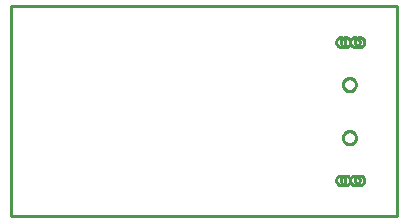
<source format=gbr>
G04 EAGLE Gerber RS-274X export*
G75*
%MOMM*%
%FSLAX34Y34*%
%LPD*%
%IN*%
%IPPOS*%
%AMOC8*
5,1,8,0,0,1.08239X$1,22.5*%
G01*
%ADD10C,0.254000*%


D10*
X63500Y215900D02*
X390400Y215900D01*
X390400Y393600D01*
X63500Y393600D01*
X63500Y215900D01*
X344300Y282609D02*
X344369Y283223D01*
X344507Y283825D01*
X344711Y284408D01*
X344979Y284965D01*
X345307Y285488D01*
X345693Y285971D01*
X346129Y286408D01*
X346612Y286793D01*
X347135Y287121D01*
X347692Y287389D01*
X348275Y287593D01*
X348877Y287731D01*
X349491Y287800D01*
X350109Y287800D01*
X350723Y287731D01*
X351325Y287593D01*
X351908Y287389D01*
X352465Y287121D01*
X352988Y286793D01*
X353471Y286408D01*
X353908Y285971D01*
X354293Y285488D01*
X354621Y284965D01*
X354889Y284408D01*
X355093Y283825D01*
X355231Y283223D01*
X355300Y282609D01*
X355300Y281991D01*
X355231Y281377D01*
X355093Y280775D01*
X354889Y280192D01*
X354621Y279635D01*
X354293Y279112D01*
X353908Y278629D01*
X353471Y278193D01*
X352988Y277807D01*
X352465Y277479D01*
X351908Y277211D01*
X351325Y277007D01*
X350723Y276869D01*
X350109Y276800D01*
X349491Y276800D01*
X348877Y276869D01*
X348275Y277007D01*
X347692Y277211D01*
X347135Y277479D01*
X346612Y277807D01*
X346129Y278193D01*
X345693Y278629D01*
X345307Y279112D01*
X344979Y279635D01*
X344711Y280192D01*
X344507Y280775D01*
X344369Y281377D01*
X344300Y281991D01*
X344300Y282609D01*
X344300Y327609D02*
X344369Y328223D01*
X344507Y328825D01*
X344711Y329408D01*
X344979Y329965D01*
X345307Y330488D01*
X345693Y330971D01*
X346129Y331408D01*
X346612Y331793D01*
X347135Y332121D01*
X347692Y332389D01*
X348275Y332593D01*
X348877Y332731D01*
X349491Y332800D01*
X350109Y332800D01*
X350723Y332731D01*
X351325Y332593D01*
X351908Y332389D01*
X352465Y332121D01*
X352988Y331793D01*
X353471Y331408D01*
X353908Y330971D01*
X354293Y330488D01*
X354621Y329965D01*
X354889Y329408D01*
X355093Y328825D01*
X355231Y328223D01*
X355300Y327609D01*
X355300Y326991D01*
X355231Y326377D01*
X355093Y325775D01*
X354889Y325192D01*
X354621Y324635D01*
X354293Y324112D01*
X353908Y323629D01*
X353471Y323193D01*
X352988Y322807D01*
X352465Y322479D01*
X351908Y322211D01*
X351325Y322007D01*
X350723Y321869D01*
X350109Y321800D01*
X349491Y321800D01*
X348877Y321869D01*
X348275Y322007D01*
X347692Y322211D01*
X347135Y322479D01*
X346612Y322807D01*
X346129Y323193D01*
X345693Y323629D01*
X345307Y324112D01*
X344979Y324635D01*
X344711Y325192D01*
X344507Y325775D01*
X344369Y326377D01*
X344300Y326991D01*
X344300Y327609D01*
X342500Y363562D02*
X342568Y364082D01*
X342704Y364589D01*
X342905Y365073D01*
X343167Y365527D01*
X343486Y365943D01*
X343857Y366314D01*
X344273Y366633D01*
X344727Y366895D01*
X345211Y367096D01*
X345718Y367232D01*
X346238Y367300D01*
X346762Y367300D01*
X347282Y367232D01*
X347789Y367096D01*
X348273Y366895D01*
X348727Y366633D01*
X349143Y366314D01*
X349514Y365943D01*
X349833Y365527D01*
X350095Y365073D01*
X350296Y364589D01*
X350432Y364082D01*
X350500Y363562D01*
X350500Y363038D01*
X350432Y362518D01*
X350296Y362011D01*
X350095Y361527D01*
X349833Y361073D01*
X349514Y360657D01*
X349143Y360286D01*
X348727Y359967D01*
X348273Y359705D01*
X347789Y359504D01*
X347282Y359368D01*
X346762Y359300D01*
X346238Y359300D01*
X345718Y359368D01*
X345211Y359504D01*
X344727Y359705D01*
X344273Y359967D01*
X343857Y360286D01*
X343486Y360657D01*
X343167Y361073D01*
X342905Y361527D01*
X342704Y362011D01*
X342568Y362518D01*
X342500Y363038D01*
X342500Y363562D01*
X338500Y363562D02*
X338568Y364082D01*
X338704Y364589D01*
X338905Y365073D01*
X339167Y365527D01*
X339486Y365943D01*
X339857Y366314D01*
X340273Y366633D01*
X340727Y366895D01*
X341211Y367096D01*
X341718Y367232D01*
X342238Y367300D01*
X342762Y367300D01*
X343282Y367232D01*
X343789Y367096D01*
X344273Y366895D01*
X344727Y366633D01*
X345143Y366314D01*
X345514Y365943D01*
X345833Y365527D01*
X346095Y365073D01*
X346296Y364589D01*
X346432Y364082D01*
X346500Y363562D01*
X346500Y363038D01*
X346432Y362518D01*
X346296Y362011D01*
X346095Y361527D01*
X345833Y361073D01*
X345514Y360657D01*
X345143Y360286D01*
X344727Y359967D01*
X344273Y359705D01*
X343789Y359504D01*
X343282Y359368D01*
X342762Y359300D01*
X342238Y359300D01*
X341718Y359368D01*
X341211Y359504D01*
X340727Y359705D01*
X340273Y359967D01*
X339857Y360286D01*
X339486Y360657D01*
X339167Y361073D01*
X338905Y361527D01*
X338704Y362011D01*
X338568Y362518D01*
X338500Y363038D01*
X338500Y363562D01*
X350500Y363562D02*
X350568Y364082D01*
X350704Y364589D01*
X350905Y365073D01*
X351167Y365527D01*
X351486Y365943D01*
X351857Y366314D01*
X352273Y366633D01*
X352727Y366895D01*
X353211Y367096D01*
X353718Y367232D01*
X354238Y367300D01*
X354762Y367300D01*
X355282Y367232D01*
X355789Y367096D01*
X356273Y366895D01*
X356727Y366633D01*
X357143Y366314D01*
X357514Y365943D01*
X357833Y365527D01*
X358095Y365073D01*
X358296Y364589D01*
X358432Y364082D01*
X358500Y363562D01*
X358500Y363038D01*
X358432Y362518D01*
X358296Y362011D01*
X358095Y361527D01*
X357833Y361073D01*
X357514Y360657D01*
X357143Y360286D01*
X356727Y359967D01*
X356273Y359705D01*
X355789Y359504D01*
X355282Y359368D01*
X354762Y359300D01*
X354238Y359300D01*
X353718Y359368D01*
X353211Y359504D01*
X352727Y359705D01*
X352273Y359967D01*
X351857Y360286D01*
X351486Y360657D01*
X351167Y361073D01*
X350905Y361527D01*
X350704Y362011D01*
X350568Y362518D01*
X350500Y363038D01*
X350500Y363562D01*
X354500Y363562D02*
X354568Y364082D01*
X354704Y364589D01*
X354905Y365073D01*
X355167Y365527D01*
X355486Y365943D01*
X355857Y366314D01*
X356273Y366633D01*
X356727Y366895D01*
X357211Y367096D01*
X357718Y367232D01*
X358238Y367300D01*
X358762Y367300D01*
X359282Y367232D01*
X359789Y367096D01*
X360273Y366895D01*
X360727Y366633D01*
X361143Y366314D01*
X361514Y365943D01*
X361833Y365527D01*
X362095Y365073D01*
X362296Y364589D01*
X362432Y364082D01*
X362500Y363562D01*
X362500Y363038D01*
X362432Y362518D01*
X362296Y362011D01*
X362095Y361527D01*
X361833Y361073D01*
X361514Y360657D01*
X361143Y360286D01*
X360727Y359967D01*
X360273Y359705D01*
X359789Y359504D01*
X359282Y359368D01*
X358762Y359300D01*
X358238Y359300D01*
X357718Y359368D01*
X357211Y359504D01*
X356727Y359705D01*
X356273Y359967D01*
X355857Y360286D01*
X355486Y360657D01*
X355167Y361073D01*
X354905Y361527D01*
X354704Y362011D01*
X354568Y362518D01*
X354500Y363038D01*
X354500Y363562D01*
X342500Y246562D02*
X342568Y247082D01*
X342704Y247589D01*
X342905Y248073D01*
X343167Y248527D01*
X343486Y248943D01*
X343857Y249314D01*
X344273Y249633D01*
X344727Y249895D01*
X345211Y250096D01*
X345718Y250232D01*
X346238Y250300D01*
X346762Y250300D01*
X347282Y250232D01*
X347789Y250096D01*
X348273Y249895D01*
X348727Y249633D01*
X349143Y249314D01*
X349514Y248943D01*
X349833Y248527D01*
X350095Y248073D01*
X350296Y247589D01*
X350432Y247082D01*
X350500Y246562D01*
X350500Y246038D01*
X350432Y245518D01*
X350296Y245011D01*
X350095Y244527D01*
X349833Y244073D01*
X349514Y243657D01*
X349143Y243286D01*
X348727Y242967D01*
X348273Y242705D01*
X347789Y242504D01*
X347282Y242368D01*
X346762Y242300D01*
X346238Y242300D01*
X345718Y242368D01*
X345211Y242504D01*
X344727Y242705D01*
X344273Y242967D01*
X343857Y243286D01*
X343486Y243657D01*
X343167Y244073D01*
X342905Y244527D01*
X342704Y245011D01*
X342568Y245518D01*
X342500Y246038D01*
X342500Y246562D01*
X338500Y246562D02*
X338568Y247082D01*
X338704Y247589D01*
X338905Y248073D01*
X339167Y248527D01*
X339486Y248943D01*
X339857Y249314D01*
X340273Y249633D01*
X340727Y249895D01*
X341211Y250096D01*
X341718Y250232D01*
X342238Y250300D01*
X342762Y250300D01*
X343282Y250232D01*
X343789Y250096D01*
X344273Y249895D01*
X344727Y249633D01*
X345143Y249314D01*
X345514Y248943D01*
X345833Y248527D01*
X346095Y248073D01*
X346296Y247589D01*
X346432Y247082D01*
X346500Y246562D01*
X346500Y246038D01*
X346432Y245518D01*
X346296Y245011D01*
X346095Y244527D01*
X345833Y244073D01*
X345514Y243657D01*
X345143Y243286D01*
X344727Y242967D01*
X344273Y242705D01*
X343789Y242504D01*
X343282Y242368D01*
X342762Y242300D01*
X342238Y242300D01*
X341718Y242368D01*
X341211Y242504D01*
X340727Y242705D01*
X340273Y242967D01*
X339857Y243286D01*
X339486Y243657D01*
X339167Y244073D01*
X338905Y244527D01*
X338704Y245011D01*
X338568Y245518D01*
X338500Y246038D01*
X338500Y246562D01*
X350500Y246562D02*
X350568Y247082D01*
X350704Y247589D01*
X350905Y248073D01*
X351167Y248527D01*
X351486Y248943D01*
X351857Y249314D01*
X352273Y249633D01*
X352727Y249895D01*
X353211Y250096D01*
X353718Y250232D01*
X354238Y250300D01*
X354762Y250300D01*
X355282Y250232D01*
X355789Y250096D01*
X356273Y249895D01*
X356727Y249633D01*
X357143Y249314D01*
X357514Y248943D01*
X357833Y248527D01*
X358095Y248073D01*
X358296Y247589D01*
X358432Y247082D01*
X358500Y246562D01*
X358500Y246038D01*
X358432Y245518D01*
X358296Y245011D01*
X358095Y244527D01*
X357833Y244073D01*
X357514Y243657D01*
X357143Y243286D01*
X356727Y242967D01*
X356273Y242705D01*
X355789Y242504D01*
X355282Y242368D01*
X354762Y242300D01*
X354238Y242300D01*
X353718Y242368D01*
X353211Y242504D01*
X352727Y242705D01*
X352273Y242967D01*
X351857Y243286D01*
X351486Y243657D01*
X351167Y244073D01*
X350905Y244527D01*
X350704Y245011D01*
X350568Y245518D01*
X350500Y246038D01*
X350500Y246562D01*
X354500Y246562D02*
X354568Y247082D01*
X354704Y247589D01*
X354905Y248073D01*
X355167Y248527D01*
X355486Y248943D01*
X355857Y249314D01*
X356273Y249633D01*
X356727Y249895D01*
X357211Y250096D01*
X357718Y250232D01*
X358238Y250300D01*
X358762Y250300D01*
X359282Y250232D01*
X359789Y250096D01*
X360273Y249895D01*
X360727Y249633D01*
X361143Y249314D01*
X361514Y248943D01*
X361833Y248527D01*
X362095Y248073D01*
X362296Y247589D01*
X362432Y247082D01*
X362500Y246562D01*
X362500Y246038D01*
X362432Y245518D01*
X362296Y245011D01*
X362095Y244527D01*
X361833Y244073D01*
X361514Y243657D01*
X361143Y243286D01*
X360727Y242967D01*
X360273Y242705D01*
X359789Y242504D01*
X359282Y242368D01*
X358762Y242300D01*
X358238Y242300D01*
X357718Y242368D01*
X357211Y242504D01*
X356727Y242705D01*
X356273Y242967D01*
X355857Y243286D01*
X355486Y243657D01*
X355167Y244073D01*
X354905Y244527D01*
X354704Y245011D01*
X354568Y245518D01*
X354500Y246038D01*
X354500Y246562D01*
M02*

</source>
